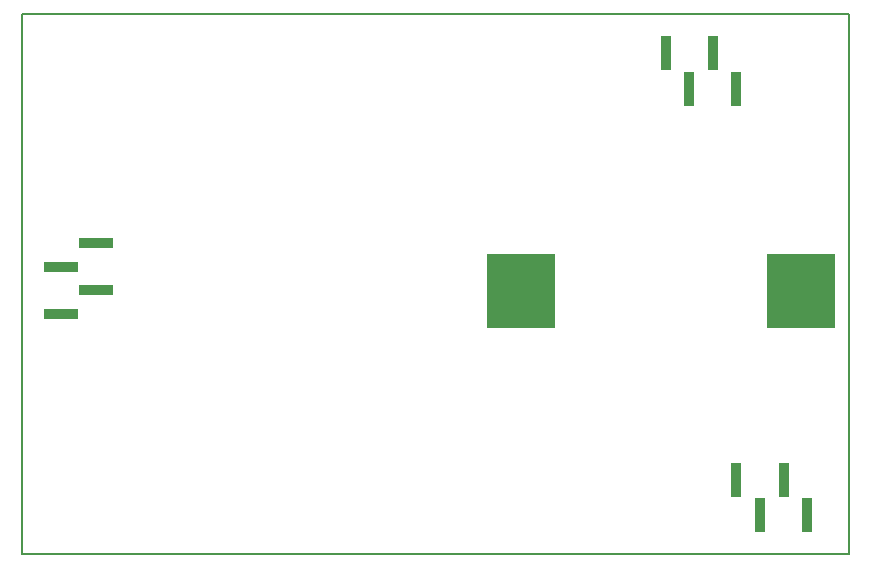
<source format=gbr>
G04 #@! TF.GenerationSoftware,KiCad,Pcbnew,(5.1.5-0-10_14)*
G04 #@! TF.CreationDate,2020-05-22T17:31:33+12:00*
G04 #@! TF.ProjectId,main-board,6d61696e-2d62-46f6-9172-642e6b696361,C*
G04 #@! TF.SameCoordinates,Original*
G04 #@! TF.FileFunction,Paste,Bot*
G04 #@! TF.FilePolarity,Positive*
%FSLAX46Y46*%
G04 Gerber Fmt 4.6, Leading zero omitted, Abs format (unit mm)*
G04 Created by KiCad (PCBNEW (5.1.5-0-10_14)) date 2020-05-22 17:31:33*
%MOMM*%
%LPD*%
G04 APERTURE LIST*
%ADD10C,0.200000*%
%ADD11R,3.000000X0.900000*%
%ADD12R,0.900000X3.000000*%
%ADD13R,5.720000X6.350000*%
G04 APERTURE END LIST*
D10*
X44000000Y-97300000D02*
X44000000Y-51600000D01*
X114000000Y-97300000D02*
X44000000Y-97300000D01*
X114000000Y-51600000D02*
X114000000Y-97300000D01*
X44000000Y-51600000D02*
X114000000Y-51600000D01*
D11*
X47290000Y-76950000D03*
X50290000Y-74950000D03*
X47290000Y-72950000D03*
X50290000Y-70950000D03*
D12*
X104500000Y-57890000D03*
X102500000Y-54890000D03*
X100500000Y-57890000D03*
X98500000Y-54890000D03*
X110500000Y-94010000D03*
X108500000Y-91010000D03*
X106500000Y-94010000D03*
X104500000Y-91010000D03*
D13*
X109954000Y-75008000D03*
X86214000Y-75008000D03*
M02*

</source>
